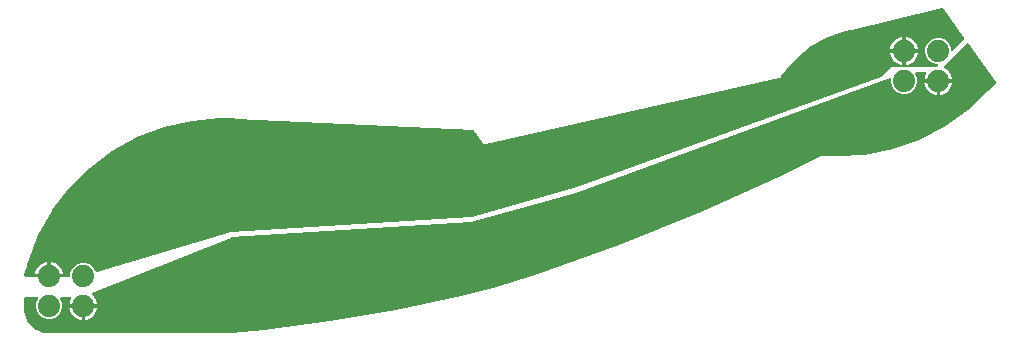
<source format=gbl>
G04 EAGLE Gerber X2 export*
G75*
%MOMM*%
%FSLAX34Y34*%
%LPD*%
%AMOC8*
5,1,8,0,0,1.08239X$1,22.5*%
G01*
%ADD10C,1.879600*%

G36*
X22880Y50042D02*
X22880Y50042D01*
X22899Y50040D01*
X23001Y50062D01*
X23103Y50079D01*
X23120Y50088D01*
X23140Y50092D01*
X23229Y50145D01*
X23320Y50194D01*
X23334Y50208D01*
X23351Y50218D01*
X23418Y50297D01*
X23489Y50372D01*
X23498Y50390D01*
X23511Y50405D01*
X23549Y50501D01*
X23593Y50595D01*
X23595Y50615D01*
X23603Y50633D01*
X23621Y50800D01*
X23621Y50801D01*
X23623Y50801D01*
X23623Y50800D01*
X23626Y50780D01*
X23624Y50761D01*
X23646Y50659D01*
X23663Y50557D01*
X23672Y50540D01*
X23676Y50520D01*
X23729Y50431D01*
X23778Y50340D01*
X23792Y50326D01*
X23802Y50309D01*
X23881Y50242D01*
X23956Y50171D01*
X23974Y50162D01*
X23989Y50149D01*
X24085Y50110D01*
X24179Y50067D01*
X24199Y50065D01*
X24217Y50057D01*
X24384Y50039D01*
X40894Y50039D01*
X40914Y50042D01*
X40933Y50040D01*
X41035Y50062D01*
X41137Y50079D01*
X41154Y50088D01*
X41174Y50092D01*
X41263Y50145D01*
X41354Y50194D01*
X41368Y50208D01*
X41385Y50218D01*
X41452Y50297D01*
X41524Y50372D01*
X41532Y50390D01*
X41545Y50405D01*
X41584Y50501D01*
X41627Y50595D01*
X41629Y50615D01*
X41637Y50633D01*
X41655Y50800D01*
X41655Y52973D01*
X43318Y56987D01*
X46391Y60060D01*
X50405Y61723D01*
X54751Y61723D01*
X58765Y60060D01*
X61838Y56987D01*
X62927Y54358D01*
X62982Y54269D01*
X63033Y54178D01*
X63047Y54165D01*
X63057Y54149D01*
X63137Y54082D01*
X63214Y54012D01*
X63231Y54004D01*
X63246Y53992D01*
X63344Y53954D01*
X63439Y53912D01*
X63458Y53910D01*
X63476Y53904D01*
X63580Y53899D01*
X63684Y53890D01*
X63707Y53894D01*
X63721Y53893D01*
X63752Y53902D01*
X63849Y53920D01*
X177935Y88146D01*
X381048Y100840D01*
X381055Y100842D01*
X381209Y100868D01*
X470109Y126268D01*
X470126Y126276D01*
X470158Y126284D01*
X727968Y218994D01*
X728041Y219034D01*
X728117Y219067D01*
X728158Y219100D01*
X728183Y219113D01*
X728203Y219135D01*
X728248Y219172D01*
X736915Y227839D01*
X774700Y227839D01*
X774790Y227854D01*
X774881Y227861D01*
X774911Y227873D01*
X774943Y227879D01*
X775023Y227921D01*
X775107Y227957D01*
X775139Y227983D01*
X775160Y227994D01*
X775182Y228017D01*
X775238Y228062D01*
X776254Y229078D01*
X776296Y229136D01*
X776346Y229188D01*
X776368Y229235D01*
X776398Y229277D01*
X776419Y229346D01*
X776449Y229411D01*
X776455Y229463D01*
X776470Y229513D01*
X776468Y229584D01*
X776476Y229655D01*
X776465Y229706D01*
X776464Y229758D01*
X776439Y229826D01*
X776424Y229896D01*
X776397Y229940D01*
X776379Y229989D01*
X776335Y230045D01*
X776298Y230107D01*
X776258Y230141D01*
X776226Y230181D01*
X776165Y230220D01*
X776111Y230267D01*
X776063Y230286D01*
X776019Y230314D01*
X775949Y230332D01*
X775883Y230359D01*
X775811Y230367D01*
X775780Y230375D01*
X775757Y230373D01*
X775716Y230377D01*
X774305Y230377D01*
X770291Y232040D01*
X767218Y235113D01*
X765555Y239127D01*
X765555Y243473D01*
X767218Y247487D01*
X770291Y250560D01*
X774305Y252223D01*
X778651Y252223D01*
X782665Y250560D01*
X785738Y247487D01*
X787401Y243473D01*
X787401Y242062D01*
X787412Y241991D01*
X787414Y241920D01*
X787432Y241871D01*
X787440Y241819D01*
X787474Y241756D01*
X787499Y241689D01*
X787531Y241648D01*
X787556Y241602D01*
X787607Y241553D01*
X787652Y241497D01*
X787696Y241468D01*
X787734Y241432D01*
X787799Y241402D01*
X787859Y241364D01*
X787910Y241351D01*
X787957Y241329D01*
X788028Y241321D01*
X788098Y241303D01*
X788150Y241308D01*
X788201Y241302D01*
X788272Y241317D01*
X788343Y241323D01*
X788391Y241343D01*
X788442Y241354D01*
X788503Y241391D01*
X788569Y241419D01*
X788625Y241464D01*
X788653Y241480D01*
X788668Y241498D01*
X788700Y241524D01*
X798350Y251173D01*
X798397Y251239D01*
X798452Y251300D01*
X798469Y251339D01*
X798493Y251373D01*
X798517Y251451D01*
X798550Y251526D01*
X798553Y251568D01*
X798566Y251608D01*
X798563Y251689D01*
X798570Y251771D01*
X798560Y251812D01*
X798559Y251854D01*
X798531Y251931D01*
X798512Y252010D01*
X798485Y252058D01*
X798475Y252085D01*
X798457Y252107D01*
X798429Y252156D01*
X780283Y277385D01*
X780199Y277469D01*
X780116Y277554D01*
X780112Y277555D01*
X780109Y277558D01*
X780003Y277611D01*
X779897Y277665D01*
X779893Y277666D01*
X779889Y277668D01*
X779771Y277684D01*
X779654Y277701D01*
X779649Y277701D01*
X779645Y277701D01*
X779632Y277698D01*
X779487Y277680D01*
X703407Y259354D01*
X703385Y259345D01*
X703373Y259343D01*
X703346Y259328D01*
X703335Y259324D01*
X703260Y259302D01*
X703223Y259276D01*
X703180Y259258D01*
X703179Y259258D01*
X702114Y259042D01*
X702104Y259038D01*
X702087Y259036D01*
X701282Y258842D01*
X701281Y258842D01*
X701280Y258841D01*
X695044Y257320D01*
X695016Y257309D01*
X694958Y257294D01*
X681502Y252275D01*
X681473Y252258D01*
X681393Y252224D01*
X668888Y245161D01*
X668862Y245141D01*
X668789Y245095D01*
X657543Y236162D01*
X657520Y236138D01*
X657455Y236081D01*
X647744Y225499D01*
X647728Y225474D01*
X647688Y225430D01*
X643492Y219610D01*
X643484Y219595D01*
X643466Y219573D01*
X642917Y218705D01*
X641888Y218497D01*
X641882Y218494D01*
X641872Y218493D01*
X393585Y162755D01*
X393533Y162734D01*
X393478Y162723D01*
X393385Y162675D01*
X393357Y162663D01*
X393347Y162655D01*
X393329Y162646D01*
X392964Y162402D01*
X392619Y162471D01*
X392544Y162474D01*
X392470Y162486D01*
X392404Y162479D01*
X392373Y162480D01*
X392349Y162473D01*
X392303Y162467D01*
X391960Y162390D01*
X391589Y162625D01*
X391537Y162647D01*
X391490Y162678D01*
X391390Y162710D01*
X391362Y162722D01*
X391350Y162723D01*
X391331Y162729D01*
X390900Y162815D01*
X390705Y163108D01*
X390653Y163163D01*
X390610Y163224D01*
X390558Y163265D01*
X390537Y163288D01*
X390514Y163300D01*
X390479Y163329D01*
X390181Y163517D01*
X390085Y163945D01*
X390064Y163997D01*
X390053Y164052D01*
X390005Y164145D01*
X389993Y164173D01*
X389985Y164183D01*
X389976Y164201D01*
X383619Y173736D01*
X383602Y173754D01*
X383591Y173776D01*
X383519Y173844D01*
X383451Y173916D01*
X383430Y173928D01*
X383412Y173945D01*
X383322Y173986D01*
X383235Y174033D01*
X383211Y174037D01*
X383189Y174048D01*
X383023Y174074D01*
X181779Y184005D01*
X181724Y183999D01*
X180418Y184073D01*
X180415Y184072D01*
X180412Y184073D01*
X180401Y184073D01*
X180392Y184073D01*
X180380Y184074D01*
X168375Y184328D01*
X168348Y184325D01*
X168295Y184326D01*
X144374Y182323D01*
X144343Y182315D01*
X144269Y182307D01*
X120860Y176994D01*
X120830Y176982D01*
X120758Y176963D01*
X98316Y168444D01*
X98288Y168428D01*
X98219Y168400D01*
X77181Y156840D01*
X77156Y156820D01*
X77092Y156783D01*
X57867Y142408D01*
X57845Y142384D01*
X57787Y142338D01*
X40750Y125428D01*
X40730Y125402D01*
X40680Y125348D01*
X26162Y106231D01*
X26147Y106202D01*
X26104Y106142D01*
X14388Y85190D01*
X14377Y85160D01*
X14342Y85094D01*
X5656Y62716D01*
X5651Y62689D01*
X5632Y62640D01*
X4952Y60140D01*
X4538Y58618D01*
X4538Y58617D01*
X3502Y54811D01*
X2567Y51373D01*
X2566Y51356D01*
X2559Y51340D01*
X2541Y51173D01*
X2541Y50800D01*
X2544Y50780D01*
X2542Y50761D01*
X2564Y50659D01*
X2580Y50557D01*
X2590Y50540D01*
X2594Y50520D01*
X2647Y50431D01*
X2696Y50340D01*
X2710Y50326D01*
X2720Y50309D01*
X2799Y50242D01*
X2874Y50171D01*
X2892Y50162D01*
X2907Y50149D01*
X3003Y50110D01*
X3097Y50067D01*
X3117Y50065D01*
X3135Y50057D01*
X3302Y50039D01*
X22860Y50039D01*
X22880Y50042D01*
G37*
G36*
X177673Y2545D02*
X177673Y2545D01*
X177719Y2544D01*
X205626Y5159D01*
X205635Y5161D01*
X205651Y5161D01*
X261499Y12244D01*
X261512Y12248D01*
X261532Y12249D01*
X317019Y21761D01*
X317031Y21765D01*
X317051Y21767D01*
X372070Y33691D01*
X372080Y33694D01*
X372095Y33696D01*
X399335Y40540D01*
X399351Y40547D01*
X399379Y40552D01*
X435026Y51803D01*
X435035Y51808D01*
X435050Y51811D01*
X505683Y76673D01*
X505695Y76680D01*
X505714Y76685D01*
X575196Y104605D01*
X575207Y104611D01*
X575227Y104618D01*
X643424Y135541D01*
X643432Y135547D01*
X643447Y135552D01*
X676677Y151952D01*
X676688Y151959D01*
X676700Y151963D01*
X676838Y152058D01*
X677316Y152471D01*
X677450Y152461D01*
X677572Y152472D01*
X677693Y152482D01*
X677694Y152483D01*
X677695Y152483D01*
X677699Y152485D01*
X677850Y152541D01*
X677969Y152602D01*
X678539Y152416D01*
X678560Y152412D01*
X678580Y152404D01*
X678746Y152379D01*
X690310Y151928D01*
X690337Y151931D01*
X690389Y151929D01*
X714181Y153451D01*
X714212Y153458D01*
X714284Y153465D01*
X737645Y158225D01*
X737675Y158236D01*
X737745Y158253D01*
X760236Y166162D01*
X760264Y166177D01*
X760332Y166203D01*
X781530Y177112D01*
X781556Y177132D01*
X781619Y177166D01*
X801127Y190871D01*
X801150Y190894D01*
X801208Y190937D01*
X818659Y207180D01*
X818676Y207201D01*
X818714Y207236D01*
X824913Y214327D01*
X824943Y214375D01*
X824981Y214417D01*
X825007Y214479D01*
X825043Y214536D01*
X825056Y214591D01*
X825078Y214643D01*
X825084Y214710D01*
X825099Y214776D01*
X825094Y214831D01*
X825099Y214888D01*
X825083Y214953D01*
X825077Y215020D01*
X825054Y215072D01*
X825040Y215127D01*
X824989Y215217D01*
X824977Y215245D01*
X824968Y215255D01*
X824958Y215273D01*
X801625Y247713D01*
X801561Y247777D01*
X801502Y247847D01*
X801474Y247863D01*
X801451Y247887D01*
X801370Y247927D01*
X801292Y247974D01*
X801260Y247981D01*
X801231Y247996D01*
X801141Y248008D01*
X801052Y248028D01*
X801020Y248025D01*
X800987Y248029D01*
X800898Y248012D01*
X800807Y248003D01*
X800778Y247989D01*
X800746Y247983D01*
X800666Y247938D01*
X800584Y247901D01*
X800552Y247874D01*
X800531Y247862D01*
X800510Y247838D01*
X800455Y247792D01*
X781499Y227838D01*
X781495Y227833D01*
X781491Y227830D01*
X781426Y227732D01*
X781361Y227635D01*
X781359Y227629D01*
X781356Y227624D01*
X781326Y227511D01*
X781294Y227398D01*
X781295Y227392D01*
X781293Y227386D01*
X781301Y227269D01*
X781307Y227153D01*
X781309Y227147D01*
X781310Y227141D01*
X781354Y227033D01*
X781397Y226924D01*
X781401Y226919D01*
X781404Y226913D01*
X781480Y226826D01*
X781556Y226736D01*
X781561Y226733D01*
X781565Y226728D01*
X781705Y226636D01*
X782735Y226111D01*
X784256Y225006D01*
X785584Y223678D01*
X786689Y222157D01*
X787542Y220483D01*
X788123Y218696D01*
X788324Y217423D01*
X777240Y217423D01*
X777220Y217420D01*
X777201Y217422D01*
X777099Y217400D01*
X776997Y217383D01*
X776980Y217374D01*
X776960Y217370D01*
X776871Y217317D01*
X776780Y217268D01*
X776766Y217254D01*
X776749Y217244D01*
X776682Y217165D01*
X776611Y217090D01*
X776602Y217072D01*
X776589Y217057D01*
X776551Y216961D01*
X776507Y216867D01*
X776505Y216847D01*
X776497Y216829D01*
X776479Y216662D01*
X776479Y215899D01*
X776477Y215899D01*
X776477Y216662D01*
X776474Y216682D01*
X776476Y216701D01*
X776454Y216803D01*
X776437Y216905D01*
X776428Y216922D01*
X776424Y216942D01*
X776371Y217031D01*
X776322Y217122D01*
X776308Y217136D01*
X776298Y217153D01*
X776219Y217220D01*
X776144Y217291D01*
X776126Y217300D01*
X776111Y217313D01*
X776015Y217352D01*
X775921Y217395D01*
X775901Y217397D01*
X775883Y217405D01*
X775716Y217423D01*
X764632Y217423D01*
X764833Y218696D01*
X765414Y220483D01*
X766138Y221904D01*
X766161Y221976D01*
X766193Y222045D01*
X766198Y222093D01*
X766213Y222139D01*
X766212Y222214D01*
X766220Y222289D01*
X766210Y222337D01*
X766209Y222385D01*
X766184Y222456D01*
X766168Y222530D01*
X766143Y222571D01*
X766127Y222617D01*
X766081Y222676D01*
X766042Y222741D01*
X766005Y222772D01*
X765975Y222810D01*
X765912Y222852D01*
X765855Y222901D01*
X765810Y222919D01*
X765770Y222945D01*
X765697Y222965D01*
X765627Y222993D01*
X765562Y223000D01*
X765532Y223008D01*
X765506Y223006D01*
X765460Y223011D01*
X757538Y223011D01*
X757493Y223004D01*
X757447Y223006D01*
X757372Y222984D01*
X757296Y222972D01*
X757255Y222950D01*
X757211Y222937D01*
X757147Y222893D01*
X757078Y222856D01*
X757047Y222823D01*
X757009Y222797D01*
X756962Y222734D01*
X756909Y222678D01*
X756890Y222636D01*
X756862Y222600D01*
X756838Y222526D01*
X756805Y222455D01*
X756800Y222409D01*
X756786Y222366D01*
X756787Y222288D01*
X756778Y222211D01*
X756788Y222166D01*
X756788Y222120D01*
X756826Y221988D01*
X756830Y221970D01*
X756833Y221966D01*
X756835Y221959D01*
X758445Y218073D01*
X758445Y213727D01*
X756782Y209713D01*
X753709Y206640D01*
X749695Y204977D01*
X745349Y204977D01*
X741335Y206640D01*
X738262Y209713D01*
X736599Y213727D01*
X736599Y217355D01*
X736595Y217384D01*
X736597Y217413D01*
X736575Y217504D01*
X736560Y217597D01*
X736546Y217623D01*
X736539Y217652D01*
X736489Y217732D01*
X736444Y217815D01*
X736423Y217835D01*
X736408Y217860D01*
X736334Y217919D01*
X736266Y217984D01*
X736240Y217997D01*
X736217Y218015D01*
X736129Y218048D01*
X736043Y218088D01*
X736014Y218091D01*
X735987Y218101D01*
X735892Y218105D01*
X735799Y218115D01*
X735770Y218109D01*
X735741Y218110D01*
X735578Y218070D01*
X469665Y121375D01*
X380870Y96005D01*
X177753Y83310D01*
X177716Y83301D01*
X177679Y83302D01*
X177517Y83257D01*
X59962Y36235D01*
X59868Y36178D01*
X59772Y36125D01*
X59763Y36115D01*
X59751Y36108D01*
X59680Y36024D01*
X59606Y35943D01*
X59601Y35930D01*
X59592Y35920D01*
X59552Y35818D01*
X59507Y35718D01*
X59506Y35704D01*
X59501Y35692D01*
X59495Y35582D01*
X59485Y35473D01*
X59489Y35459D01*
X59488Y35446D01*
X59517Y35341D01*
X59543Y35233D01*
X59550Y35222D01*
X59554Y35209D01*
X59615Y35118D01*
X59673Y35025D01*
X59685Y35014D01*
X59691Y35005D01*
X59714Y34988D01*
X59797Y34912D01*
X60356Y34506D01*
X61684Y33178D01*
X62789Y31657D01*
X63642Y29983D01*
X64223Y28196D01*
X64424Y26923D01*
X53340Y26923D01*
X53320Y26920D01*
X53301Y26922D01*
X53199Y26900D01*
X53097Y26883D01*
X53080Y26874D01*
X53060Y26870D01*
X52971Y26817D01*
X52880Y26768D01*
X52866Y26754D01*
X52849Y26744D01*
X52782Y26665D01*
X52711Y26590D01*
X52702Y26572D01*
X52689Y26557D01*
X52651Y26461D01*
X52607Y26367D01*
X52605Y26347D01*
X52597Y26329D01*
X52579Y26162D01*
X52579Y25399D01*
X52577Y25399D01*
X52577Y26162D01*
X52575Y26173D01*
X52576Y26179D01*
X52574Y26187D01*
X52576Y26201D01*
X52554Y26303D01*
X52537Y26405D01*
X52528Y26422D01*
X52524Y26442D01*
X52471Y26531D01*
X52422Y26622D01*
X52408Y26636D01*
X52398Y26653D01*
X52319Y26720D01*
X52244Y26791D01*
X52226Y26800D01*
X52211Y26813D01*
X52115Y26852D01*
X52021Y26895D01*
X52001Y26897D01*
X51983Y26905D01*
X51816Y26923D01*
X40732Y26923D01*
X40933Y28196D01*
X41514Y29983D01*
X42238Y31404D01*
X42261Y31476D01*
X42293Y31545D01*
X42298Y31593D01*
X42313Y31639D01*
X42312Y31714D01*
X42320Y31789D01*
X42310Y31837D01*
X42309Y31885D01*
X42284Y31956D01*
X42268Y32030D01*
X42243Y32071D01*
X42227Y32117D01*
X42181Y32176D01*
X42142Y32241D01*
X42105Y32272D01*
X42075Y32310D01*
X42012Y32352D01*
X41955Y32401D01*
X41910Y32419D01*
X41870Y32445D01*
X41797Y32465D01*
X41727Y32493D01*
X41662Y32500D01*
X41632Y32508D01*
X41606Y32506D01*
X41560Y32511D01*
X33638Y32511D01*
X33593Y32504D01*
X33547Y32506D01*
X33472Y32484D01*
X33396Y32472D01*
X33355Y32450D01*
X33311Y32437D01*
X33247Y32393D01*
X33178Y32356D01*
X33147Y32323D01*
X33109Y32297D01*
X33062Y32234D01*
X33009Y32178D01*
X32990Y32136D01*
X32962Y32100D01*
X32938Y32026D01*
X32905Y31955D01*
X32900Y31909D01*
X32886Y31866D01*
X32887Y31788D01*
X32878Y31711D01*
X32888Y31666D01*
X32888Y31620D01*
X32926Y31488D01*
X32930Y31470D01*
X32933Y31466D01*
X32935Y31459D01*
X34545Y27573D01*
X34545Y23227D01*
X32882Y19213D01*
X29809Y16140D01*
X25795Y14477D01*
X21449Y14477D01*
X17435Y16140D01*
X14362Y19213D01*
X12699Y23227D01*
X12699Y27573D01*
X14309Y31459D01*
X14319Y31503D01*
X14339Y31545D01*
X14347Y31622D01*
X14365Y31698D01*
X14361Y31744D01*
X14366Y31789D01*
X14349Y31866D01*
X14342Y31943D01*
X14323Y31985D01*
X14314Y32030D01*
X14274Y32097D01*
X14242Y32168D01*
X14211Y32202D01*
X14187Y32241D01*
X14128Y32292D01*
X14076Y32349D01*
X14035Y32371D01*
X14000Y32401D01*
X13928Y32430D01*
X13860Y32467D01*
X13815Y32476D01*
X13772Y32493D01*
X13636Y32508D01*
X13618Y32511D01*
X13613Y32510D01*
X13606Y32511D01*
X3302Y32511D01*
X3282Y32508D01*
X3263Y32510D01*
X3161Y32488D01*
X3059Y32472D01*
X3042Y32462D01*
X3022Y32458D01*
X2933Y32405D01*
X2842Y32356D01*
X2828Y32342D01*
X2811Y32332D01*
X2744Y32253D01*
X2672Y32178D01*
X2664Y32160D01*
X2651Y32145D01*
X2612Y32049D01*
X2569Y31955D01*
X2567Y31935D01*
X2559Y31917D01*
X2541Y31750D01*
X2541Y21499D01*
X2544Y21477D01*
X2543Y21439D01*
X2767Y18592D01*
X2768Y18587D01*
X2768Y18581D01*
X2802Y18417D01*
X4561Y13002D01*
X4578Y12971D01*
X4586Y12936D01*
X4669Y12790D01*
X8016Y8184D01*
X8038Y8163D01*
X8051Y8140D01*
X8056Y8136D01*
X8060Y8129D01*
X8184Y8016D01*
X12790Y4669D01*
X12822Y4653D01*
X12850Y4630D01*
X13002Y4561D01*
X18417Y2802D01*
X18423Y2801D01*
X18428Y2799D01*
X18592Y2767D01*
X21439Y2543D01*
X21461Y2545D01*
X21499Y2541D01*
X177648Y2541D01*
X177673Y2545D01*
G37*
%LPC*%
G36*
X749045Y242823D02*
X749045Y242823D01*
X749045Y253146D01*
X750318Y252945D01*
X752105Y252364D01*
X753779Y251511D01*
X755300Y250406D01*
X756628Y249078D01*
X757733Y247557D01*
X758586Y245883D01*
X759167Y244096D01*
X759368Y242823D01*
X749045Y242823D01*
G37*
%LPD*%
%LPC*%
G36*
X25145Y52323D02*
X25145Y52323D01*
X25145Y62646D01*
X26418Y62445D01*
X28205Y61864D01*
X29879Y61011D01*
X31400Y59906D01*
X32728Y58578D01*
X33833Y57057D01*
X34686Y55383D01*
X35267Y53596D01*
X35468Y52323D01*
X25145Y52323D01*
G37*
%LPD*%
%LPC*%
G36*
X735676Y242823D02*
X735676Y242823D01*
X735877Y244096D01*
X736458Y245883D01*
X737311Y247557D01*
X738416Y249078D01*
X739744Y250406D01*
X741265Y251511D01*
X742939Y252364D01*
X744726Y252945D01*
X745999Y253146D01*
X745999Y242823D01*
X735676Y242823D01*
G37*
%LPD*%
%LPC*%
G36*
X749045Y239777D02*
X749045Y239777D01*
X759368Y239777D01*
X759167Y238504D01*
X758586Y236717D01*
X757733Y235043D01*
X756628Y233522D01*
X755300Y232194D01*
X753779Y231089D01*
X752105Y230236D01*
X750318Y229655D01*
X749045Y229454D01*
X749045Y239777D01*
G37*
%LPD*%
%LPC*%
G36*
X778001Y214377D02*
X778001Y214377D01*
X788324Y214377D01*
X788123Y213104D01*
X787542Y211317D01*
X786689Y209643D01*
X785584Y208122D01*
X784256Y206794D01*
X782735Y205689D01*
X781061Y204836D01*
X779274Y204255D01*
X778001Y204054D01*
X778001Y214377D01*
G37*
%LPD*%
%LPC*%
G36*
X11776Y52323D02*
X11776Y52323D01*
X11977Y53596D01*
X12558Y55383D01*
X13411Y57057D01*
X14516Y58578D01*
X15844Y59906D01*
X17365Y61011D01*
X19039Y61864D01*
X20826Y62445D01*
X22099Y62646D01*
X22099Y52323D01*
X11776Y52323D01*
G37*
%LPD*%
%LPC*%
G36*
X54101Y23877D02*
X54101Y23877D01*
X64424Y23877D01*
X64223Y22604D01*
X63642Y20817D01*
X62789Y19143D01*
X61684Y17622D01*
X60356Y16294D01*
X58835Y15189D01*
X57161Y14336D01*
X55374Y13755D01*
X54101Y13554D01*
X54101Y23877D01*
G37*
%LPD*%
%LPC*%
G36*
X744726Y229655D02*
X744726Y229655D01*
X742939Y230236D01*
X741265Y231089D01*
X739744Y232194D01*
X738416Y233522D01*
X737311Y235043D01*
X736458Y236717D01*
X735877Y238504D01*
X735676Y239777D01*
X745999Y239777D01*
X745999Y229454D01*
X744726Y229655D01*
G37*
%LPD*%
%LPC*%
G36*
X773682Y204255D02*
X773682Y204255D01*
X771895Y204836D01*
X770221Y205689D01*
X768700Y206794D01*
X767372Y208122D01*
X766267Y209643D01*
X765414Y211317D01*
X764833Y213104D01*
X764632Y214377D01*
X774955Y214377D01*
X774955Y204054D01*
X773682Y204255D01*
G37*
%LPD*%
%LPC*%
G36*
X49782Y13755D02*
X49782Y13755D01*
X47995Y14336D01*
X46321Y15189D01*
X44800Y16294D01*
X43472Y17622D01*
X42367Y19143D01*
X41514Y20817D01*
X40933Y22604D01*
X40732Y23877D01*
X51055Y23877D01*
X51055Y13554D01*
X49782Y13755D01*
G37*
%LPD*%
%LPC*%
G36*
X747521Y241299D02*
X747521Y241299D01*
X747521Y241301D01*
X747523Y241301D01*
X747523Y241299D01*
X747521Y241299D01*
G37*
%LPD*%
D10*
X747522Y215900D03*
X776478Y215900D03*
X747522Y241300D03*
X776478Y241300D03*
X23622Y25400D03*
X52578Y25400D03*
X23622Y50800D03*
X52578Y50800D03*
M02*

</source>
